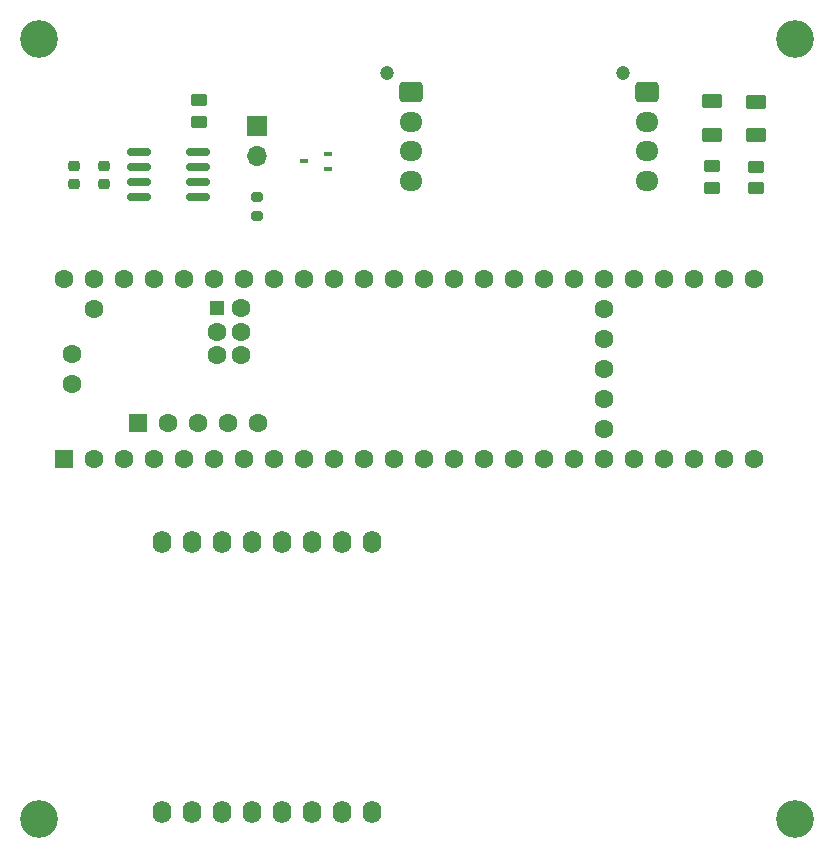
<source format=gbr>
G04 #@! TF.GenerationSoftware,KiCad,Pcbnew,7.0.8*
G04 #@! TF.CreationDate,2024-01-22T06:11:39-07:00*
G04 #@! TF.ProjectId,telemetry,74656c65-6d65-4747-9279-2e6b69636164,v1*
G04 #@! TF.SameCoordinates,Original*
G04 #@! TF.FileFunction,Soldermask,Top*
G04 #@! TF.FilePolarity,Negative*
%FSLAX46Y46*%
G04 Gerber Fmt 4.6, Leading zero omitted, Abs format (unit mm)*
G04 Created by KiCad (PCBNEW 7.0.8) date 2024-01-22 06:11:39*
%MOMM*%
%LPD*%
G01*
G04 APERTURE LIST*
G04 Aperture macros list*
%AMRoundRect*
0 Rectangle with rounded corners*
0 $1 Rounding radius*
0 $2 $3 $4 $5 $6 $7 $8 $9 X,Y pos of 4 corners*
0 Add a 4 corners polygon primitive as box body*
4,1,4,$2,$3,$4,$5,$6,$7,$8,$9,$2,$3,0*
0 Add four circle primitives for the rounded corners*
1,1,$1+$1,$2,$3*
1,1,$1+$1,$4,$5*
1,1,$1+$1,$6,$7*
1,1,$1+$1,$8,$9*
0 Add four rect primitives between the rounded corners*
20,1,$1+$1,$2,$3,$4,$5,0*
20,1,$1+$1,$4,$5,$6,$7,0*
20,1,$1+$1,$6,$7,$8,$9,0*
20,1,$1+$1,$8,$9,$2,$3,0*%
G04 Aperture macros list end*
%ADD10RoundRect,0.225000X0.250000X-0.225000X0.250000X0.225000X-0.250000X0.225000X-0.250000X-0.225000X0*%
%ADD11C,3.200000*%
%ADD12RoundRect,0.250000X-0.625000X0.375000X-0.625000X-0.375000X0.625000X-0.375000X0.625000X0.375000X0*%
%ADD13RoundRect,0.250000X0.450000X-0.262500X0.450000X0.262500X-0.450000X0.262500X-0.450000X-0.262500X0*%
%ADD14C,1.200000*%
%ADD15RoundRect,0.250000X-0.725000X0.600000X-0.725000X-0.600000X0.725000X-0.600000X0.725000X0.600000X0*%
%ADD16O,1.950000X1.700000*%
%ADD17RoundRect,0.150000X-0.825000X-0.150000X0.825000X-0.150000X0.825000X0.150000X-0.825000X0.150000X0*%
%ADD18R,0.700000X0.450000*%
%ADD19R,1.700000X1.700000*%
%ADD20O,1.700000X1.700000*%
%ADD21RoundRect,0.250000X-0.450000X0.262500X-0.450000X-0.262500X0.450000X-0.262500X0.450000X0.262500X0*%
%ADD22RoundRect,0.200000X-0.275000X0.200000X-0.275000X-0.200000X0.275000X-0.200000X0.275000X0.200000X0*%
%ADD23O,1.600000X1.900000*%
%ADD24R,1.600000X1.600000*%
%ADD25C,1.600000*%
%ADD26R,1.300000X1.300000*%
G04 APERTURE END LIST*
D10*
X112510000Y-75275000D03*
X112510000Y-73725000D03*
D11*
X171000000Y-129000000D03*
D12*
X164000000Y-68277500D03*
X164000000Y-71077500D03*
D13*
X164000000Y-75600000D03*
X164000000Y-73775000D03*
D14*
X156500000Y-65900000D03*
D15*
X158500000Y-67500000D03*
D16*
X158500000Y-70000000D03*
X158500000Y-72500000D03*
X158500000Y-75000000D03*
D17*
X115525000Y-72595000D03*
X115525000Y-73865000D03*
X115525000Y-75135000D03*
X115525000Y-76405000D03*
X120475000Y-76405000D03*
X120475000Y-75135000D03*
X120475000Y-73865000D03*
X120475000Y-72595000D03*
D13*
X167700000Y-75612500D03*
X167700000Y-73787500D03*
D11*
X107000000Y-63000000D03*
D14*
X136500000Y-65900000D03*
D15*
X138500000Y-67500000D03*
D16*
X138500000Y-70000000D03*
X138500000Y-72500000D03*
X138500000Y-75000000D03*
D18*
X131500000Y-74010000D03*
X131500000Y-72710000D03*
X129500000Y-73360000D03*
D10*
X110000000Y-75275000D03*
X110000000Y-73725000D03*
D19*
X125500000Y-70360000D03*
D20*
X125500000Y-72900000D03*
D21*
X120600000Y-68187500D03*
X120600000Y-70012500D03*
D11*
X171000000Y-63000000D03*
D12*
X167700000Y-68300000D03*
X167700000Y-71100000D03*
D11*
X107000000Y-129000000D03*
D22*
X125500000Y-76360000D03*
X125500000Y-78010000D03*
D23*
X135247500Y-105570000D03*
X132707500Y-105570000D03*
X130167500Y-105570000D03*
X127627500Y-105570000D03*
X125087500Y-105570000D03*
X122547500Y-105570000D03*
X120007500Y-105570000D03*
X117467500Y-105570000D03*
X117467500Y-128430000D03*
X120007500Y-128430000D03*
X122547500Y-128430000D03*
X125087500Y-128430000D03*
X127627500Y-128430000D03*
X130167500Y-128430000D03*
X132707500Y-128430000D03*
X135247500Y-128430000D03*
D24*
X109125000Y-98580000D03*
D25*
X111665000Y-98580000D03*
X114205000Y-98580000D03*
X116745000Y-98580000D03*
X119285000Y-98580000D03*
X121825000Y-98580000D03*
X124365000Y-98580000D03*
X126905000Y-98580000D03*
X129445000Y-98580000D03*
X131985000Y-98580000D03*
X134525000Y-98580000D03*
X137065000Y-98580000D03*
X139605000Y-98580000D03*
X142145000Y-98580000D03*
X144685000Y-98580000D03*
X147225000Y-98580000D03*
X149765000Y-98580000D03*
X152305000Y-98580000D03*
X154845000Y-98580000D03*
X157385000Y-98580000D03*
X159925000Y-98580000D03*
X162465000Y-98580000D03*
X165005000Y-98580000D03*
X167545000Y-98580000D03*
X167545000Y-83340000D03*
X165005000Y-83340000D03*
X162465000Y-83340000D03*
X159925000Y-83340000D03*
X157385000Y-83340000D03*
X154845000Y-83340000D03*
X152305000Y-83340000D03*
X149765000Y-83340000D03*
X147225000Y-83340000D03*
X144685000Y-83340000D03*
X142145000Y-83340000D03*
X139605000Y-83340000D03*
X137065000Y-83340000D03*
X134525000Y-83340000D03*
X131985000Y-83340000D03*
X129445000Y-83340000D03*
X126905000Y-83340000D03*
X124365000Y-83340000D03*
X121825000Y-83340000D03*
X119285000Y-83340000D03*
X116745000Y-83340000D03*
X114205000Y-83340000D03*
X111665000Y-83340000D03*
X109125000Y-83340000D03*
X111665000Y-85880000D03*
X154845000Y-96040000D03*
X154845000Y-93500000D03*
X154845000Y-90960000D03*
X154845000Y-88420000D03*
X154845000Y-85880000D03*
D24*
X115424200Y-95529200D03*
D25*
X117964200Y-95529200D03*
X120504200Y-95529200D03*
X123044200Y-95529200D03*
X125584200Y-95529200D03*
D26*
X122095000Y-85778400D03*
D25*
X122095000Y-87778400D03*
X122095000Y-89778400D03*
X124095000Y-89778400D03*
X124095000Y-87778400D03*
X124095000Y-85778400D03*
X109855000Y-89690000D03*
X109855000Y-92230000D03*
M02*

</source>
